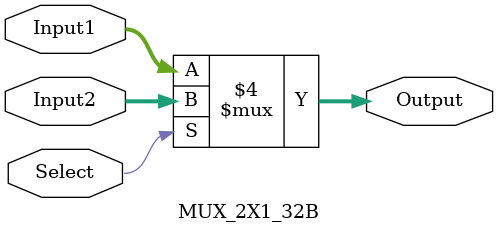
<source format=v>
`timescale 1ns / 1ps

module MUX_2X1_32B(Input1, Input2, Select, Output);
    input [31:0] Input1;
    input [31:0] Input2;
    input Select;
    output reg [31:0] Output;
    
    always @(*) begin
        if(Select == 0)
            Output <= Input1;
        else
            Output <= Input2;
    end
endmodule
</source>
